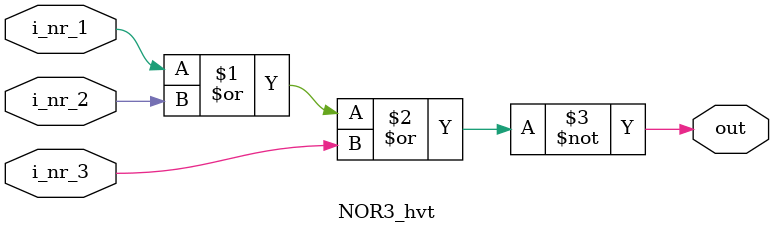
<source format=v>

`timescale 1ps / 100fs

module RO_nor4_hvt_65(
input wire i_Enable,
input wire i_Sel,
output wire o_RO_out
);

/////////////////// Define wires between nand gates ///////////////////
wire [125:0] w_nr_Conn;

assign #90 o_RO_out = ~(w_nr_Conn[125] & w_nr_Conn[125] & i_Sel & i_Enable);

NOR3_hvt U1(
.i_nr_1(o_RO_out),
.i_nr_2(o_RO_out),
.i_nr_3(o_RO_out),
.out(w_nr_Conn[0])
);

NOR3_hvt U2(
.i_nr_1(w_nr_Conn[0]),
.i_nr_2(w_nr_Conn[0]),
.i_nr_3(w_nr_Conn[0]),
.out(w_nr_Conn[1])
);

NOR3_hvt U3(
.i_nr_1(w_nr_Conn[1]),
.i_nr_2(w_nr_Conn[1]),
.i_nr_3(w_nr_Conn[1]),
.out(w_nr_Conn[2])
);

NOR3_hvt U4(
.i_nr_1(w_nr_Conn[2]),
.i_nr_2(w_nr_Conn[2]),
.i_nr_3(w_nr_Conn[2]),
.out(w_nr_Conn[3])
);

NOR3_hvt U5(
.i_nr_1(w_nr_Conn[3]),
.i_nr_2(w_nr_Conn[3]),
.i_nr_3(w_nr_Conn[3]),
.out(w_nr_Conn[4])
);

NOR3_hvt U6(
.i_nr_1(w_nr_Conn[4]),
.i_nr_2(w_nr_Conn[4]),
.i_nr_3(w_nr_Conn[4]),
.out(w_nr_Conn[5])
);

NOR3_hvt U7(
.i_nr_1(w_nr_Conn[5]),
.i_nr_2(w_nr_Conn[5]),
.i_nr_3(w_nr_Conn[5]),
.out(w_nr_Conn[6])
);

NOR3_hvt U8(
.i_nr_1(w_nr_Conn[6]),
.i_nr_2(w_nr_Conn[6]),
.i_nr_3(w_nr_Conn[6]),
.out(w_nr_Conn[7])
);

NOR3_hvt U9(
.i_nr_1(w_nr_Conn[7]),
.i_nr_2(w_nr_Conn[7]),
.i_nr_3(w_nr_Conn[7]),
.out(w_nr_Conn[8])
);

NOR3_hvt U10(
.i_nr_1(w_nr_Conn[8]),
.i_nr_2(w_nr_Conn[8]),
.i_nr_3(w_nr_Conn[8]),
.out(w_nr_Conn[9])
);

NOR3_hvt U11(
.i_nr_1(w_nr_Conn[9]),
.i_nr_2(w_nr_Conn[9]),
.i_nr_3(w_nr_Conn[9]),
.out(w_nr_Conn[10])
);

NOR3_hvt U12(
.i_nr_1(w_nr_Conn[10]),
.i_nr_2(w_nr_Conn[10]),
.i_nr_3(w_nr_Conn[10]),
.out(w_nr_Conn[11])
);

NOR3_hvt U13(
.i_nr_1(w_nr_Conn[11]),
.i_nr_2(w_nr_Conn[11]),
.i_nr_3(w_nr_Conn[11]),
.out(w_nr_Conn[12])
);

NOR3_hvt U14(
.i_nr_1(w_nr_Conn[12]),
.i_nr_2(w_nr_Conn[12]),
.i_nr_3(w_nr_Conn[12]),
.out(w_nr_Conn[13])
);

NOR3_hvt U15(
.i_nr_1(w_nr_Conn[13]),
.i_nr_2(w_nr_Conn[13]),
.i_nr_3(w_nr_Conn[13]),
.out(w_nr_Conn[14])
);

NOR3_hvt U16(
.i_nr_1(w_nr_Conn[14]),
.i_nr_2(w_nr_Conn[14]),
.i_nr_3(w_nr_Conn[14]),
.out(w_nr_Conn[15])
);

NOR3_hvt U17(
.i_nr_1(w_nr_Conn[15]),
.i_nr_2(w_nr_Conn[15]),
.i_nr_3(w_nr_Conn[15]),
.out(w_nr_Conn[16])
);

NOR3_hvt U18(
.i_nr_1(w_nr_Conn[16]),
.i_nr_2(w_nr_Conn[16]),
.i_nr_3(w_nr_Conn[16]),
.out(w_nr_Conn[17])
);

NOR3_hvt U19(
.i_nr_1(w_nr_Conn[17]),
.i_nr_2(w_nr_Conn[17]),
.i_nr_3(w_nr_Conn[17]),
.out(w_nr_Conn[18])
);

NOR3_hvt U20(
.i_nr_1(w_nr_Conn[18]),
.i_nr_2(w_nr_Conn[18]),
.i_nr_3(w_nr_Conn[18]),
.out(w_nr_Conn[19])
);

NOR3_hvt U21(
.i_nr_1(w_nr_Conn[19]),
.i_nr_2(w_nr_Conn[19]),
.i_nr_3(w_nr_Conn[19]),
.out(w_nr_Conn[20])
);

NOR3_hvt U22(
.i_nr_1(w_nr_Conn[20]),
.i_nr_2(w_nr_Conn[20]),
.i_nr_3(w_nr_Conn[20]),
.out(w_nr_Conn[21])
);

NOR3_hvt U23(
.i_nr_1(w_nr_Conn[21]),
.i_nr_2(w_nr_Conn[21]),
.i_nr_3(w_nr_Conn[21]),
.out(w_nr_Conn[22])
);

NOR3_hvt U24(
.i_nr_1(w_nr_Conn[22]),
.i_nr_2(w_nr_Conn[22]),
.i_nr_3(w_nr_Conn[22]),
.out(w_nr_Conn[23])
);

NOR3_hvt U25(
.i_nr_1(w_nr_Conn[23]),
.i_nr_2(w_nr_Conn[23]),
.i_nr_3(w_nr_Conn[23]),
.out(w_nr_Conn[24])
);

NOR3_hvt U26(
.i_nr_1(w_nr_Conn[24]),
.i_nr_2(w_nr_Conn[24]),
.i_nr_3(w_nr_Conn[24]),
.out(w_nr_Conn[25])
);

NOR3_hvt U27(
.i_nr_1(w_nr_Conn[25]),
.i_nr_2(w_nr_Conn[25]),
.i_nr_3(w_nr_Conn[25]),
.out(w_nr_Conn[26])
);

NOR3_hvt U28(
.i_nr_1(w_nr_Conn[26]),
.i_nr_2(w_nr_Conn[26]),
.i_nr_3(w_nr_Conn[26]),
.out(w_nr_Conn[27])
);

NOR3_hvt U29(
.i_nr_1(w_nr_Conn[27]),
.i_nr_2(w_nr_Conn[27]),
.i_nr_3(w_nr_Conn[27]),
.out(w_nr_Conn[28])
);

NOR3_hvt U30(
.i_nr_1(w_nr_Conn[28]),
.i_nr_2(w_nr_Conn[28]),
.i_nr_3(w_nr_Conn[28]),
.out(w_nr_Conn[29])
);

NOR3_hvt U31(
.i_nr_1(w_nr_Conn[29]),
.i_nr_2(w_nr_Conn[29]),
.i_nr_3(w_nr_Conn[29]),
.out(w_nr_Conn[30])
);

NOR3_hvt U32(
.i_nr_1(w_nr_Conn[30]),
.i_nr_2(w_nr_Conn[30]),
.i_nr_3(w_nr_Conn[30]),
.out(w_nr_Conn[31])
);

NOR3_hvt U33(
.i_nr_1(w_nr_Conn[31]),
.i_nr_2(w_nr_Conn[31]),
.i_nr_3(w_nr_Conn[31]),
.out(w_nr_Conn[32])
);

NOR3_hvt U34(
.i_nr_1(w_nr_Conn[32]),
.i_nr_2(w_nr_Conn[32]),
.i_nr_3(w_nr_Conn[32]),
.out(w_nr_Conn[33])
);

NOR3_hvt U35(
.i_nr_1(w_nr_Conn[33]),
.i_nr_2(w_nr_Conn[33]),
.i_nr_3(w_nr_Conn[33]),
.out(w_nr_Conn[34])
);

NOR3_hvt U36(
.i_nr_1(w_nr_Conn[34]),
.i_nr_2(w_nr_Conn[34]),
.i_nr_3(w_nr_Conn[34]),
.out(w_nr_Conn[35])
);

NOR3_hvt U37(
.i_nr_1(w_nr_Conn[35]),
.i_nr_2(w_nr_Conn[35]),
.i_nr_3(w_nr_Conn[35]),
.out(w_nr_Conn[36])
);

NOR3_hvt U38(
.i_nr_1(w_nr_Conn[36]),
.i_nr_2(w_nr_Conn[36]),
.i_nr_3(w_nr_Conn[36]),
.out(w_nr_Conn[37])
);

NOR3_hvt U39(
.i_nr_1(w_nr_Conn[37]),
.i_nr_2(w_nr_Conn[37]),
.i_nr_3(w_nr_Conn[37]),
.out(w_nr_Conn[38])
);

NOR3_hvt U40(
.i_nr_1(w_nr_Conn[38]),
.i_nr_2(w_nr_Conn[38]),
.i_nr_3(w_nr_Conn[38]),
.out(w_nr_Conn[39])
);

NOR3_hvt U41(
.i_nr_1(w_nr_Conn[39]),
.i_nr_2(w_nr_Conn[39]),
.i_nr_3(w_nr_Conn[39]),
.out(w_nr_Conn[40])
);

NOR3_hvt U42(
.i_nr_1(w_nr_Conn[40]),
.i_nr_2(w_nr_Conn[40]),
.i_nr_3(w_nr_Conn[40]),
.out(w_nr_Conn[41])
);

NOR3_hvt U43(
.i_nr_1(w_nr_Conn[41]),
.i_nr_2(w_nr_Conn[41]),
.i_nr_3(w_nr_Conn[41]),
.out(w_nr_Conn[42])
);

NOR3_hvt U44(
.i_nr_1(w_nr_Conn[42]),
.i_nr_2(w_nr_Conn[42]),
.i_nr_3(w_nr_Conn[42]),
.out(w_nr_Conn[43])
);

NOR3_hvt U45(
.i_nr_1(w_nr_Conn[43]),
.i_nr_2(w_nr_Conn[43]),
.i_nr_3(w_nr_Conn[43]),
.out(w_nr_Conn[44])
);

NOR3_hvt U46(
.i_nr_1(w_nr_Conn[44]),
.i_nr_2(w_nr_Conn[44]),
.i_nr_3(w_nr_Conn[44]),
.out(w_nr_Conn[45])
);

NOR3_hvt U47(
.i_nr_1(w_nr_Conn[45]),
.i_nr_2(w_nr_Conn[45]),
.i_nr_3(w_nr_Conn[45]),
.out(w_nr_Conn[46])
);

NOR3_hvt U48(
.i_nr_1(w_nr_Conn[46]),
.i_nr_2(w_nr_Conn[46]),
.i_nr_3(w_nr_Conn[46]),
.out(w_nr_Conn[47])
);

NOR3_hvt U49(
.i_nr_1(w_nr_Conn[47]),
.i_nr_2(w_nr_Conn[47]),
.i_nr_3(w_nr_Conn[47]),
.out(w_nr_Conn[48])
);

NOR3_hvt U50(
.i_nr_1(w_nr_Conn[48]),
.i_nr_2(w_nr_Conn[48]),
.i_nr_3(w_nr_Conn[48]),
.out(w_nr_Conn[49])
);

NOR3_hvt U51(
.i_nr_1(w_nr_Conn[49]),
.i_nr_2(w_nr_Conn[49]),
.i_nr_3(w_nr_Conn[49]),
.out(w_nr_Conn[50])
);

NOR3_hvt U52(
.i_nr_1(w_nr_Conn[50]),
.i_nr_2(w_nr_Conn[50]),
.i_nr_3(w_nr_Conn[50]),
.out(w_nr_Conn[51])
);

NOR3_hvt U53(
.i_nr_1(w_nr_Conn[51]),
.i_nr_2(w_nr_Conn[51]),
.i_nr_3(w_nr_Conn[51]),
.out(w_nr_Conn[52])
);

NOR3_hvt U54(
.i_nr_1(w_nr_Conn[52]),
.i_nr_2(w_nr_Conn[52]),
.i_nr_3(w_nr_Conn[52]),
.out(w_nr_Conn[53])
);

NOR3_hvt U55(
.i_nr_1(w_nr_Conn[53]),
.i_nr_2(w_nr_Conn[53]),
.i_nr_3(w_nr_Conn[53]),
.out(w_nr_Conn[54])
);

NOR3_hvt U56(
.i_nr_1(w_nr_Conn[54]),
.i_nr_2(w_nr_Conn[54]),
.i_nr_3(w_nr_Conn[54]),
.out(w_nr_Conn[55])
);

NOR3_hvt U57(
.i_nr_1(w_nr_Conn[55]),
.i_nr_2(w_nr_Conn[55]),
.i_nr_3(w_nr_Conn[55]),
.out(w_nr_Conn[56])
);

NOR3_hvt U58(
.i_nr_1(w_nr_Conn[56]),
.i_nr_2(w_nr_Conn[56]),
.i_nr_3(w_nr_Conn[56]),
.out(w_nr_Conn[57])
);

NOR3_hvt U59(
.i_nr_1(w_nr_Conn[57]),
.i_nr_2(w_nr_Conn[57]),
.i_nr_3(w_nr_Conn[57]),
.out(w_nr_Conn[58])
);

NOR3_hvt U60(
.i_nr_1(w_nr_Conn[58]),
.i_nr_2(w_nr_Conn[58]),
.i_nr_3(w_nr_Conn[58]),
.out(w_nr_Conn[59])
);

NOR3_hvt U61(
.i_nr_1(w_nr_Conn[59]),
.i_nr_2(w_nr_Conn[59]),
.i_nr_3(w_nr_Conn[59]),
.out(w_nr_Conn[60])
);

NOR3_hvt U62(
.i_nr_1(w_nr_Conn[60]),
.i_nr_2(w_nr_Conn[60]),
.i_nr_3(w_nr_Conn[60]),
.out(w_nr_Conn[61])
);

NOR3_hvt U63(
.i_nr_1(w_nr_Conn[61]),
.i_nr_2(w_nr_Conn[61]),
.i_nr_3(w_nr_Conn[61]),
.out(w_nr_Conn[62])
);

NOR3_hvt U64(
.i_nr_1(w_nr_Conn[62]),
.i_nr_2(w_nr_Conn[62]),
.i_nr_3(w_nr_Conn[62]),
.out(w_nr_Conn[63])
);

NOR3_hvt U65(
.i_nr_1(w_nr_Conn[63]),
.i_nr_2(w_nr_Conn[63]),
.i_nr_3(w_nr_Conn[63]),
.out(w_nr_Conn[64])
);

NOR3_hvt U66(
.i_nr_1(w_nr_Conn[64]),
.i_nr_2(w_nr_Conn[64]),
.i_nr_3(w_nr_Conn[64]),
.out(w_nr_Conn[65])
);

NOR3_hvt U67(
.i_nr_1(w_nr_Conn[65]),
.i_nr_2(w_nr_Conn[65]),
.i_nr_3(w_nr_Conn[65]),
.out(w_nr_Conn[66])
);

NOR3_hvt U68(
.i_nr_1(w_nr_Conn[66]),
.i_nr_2(w_nr_Conn[66]),
.i_nr_3(w_nr_Conn[66]),
.out(w_nr_Conn[67])
);

NOR3_hvt U69(
.i_nr_1(w_nr_Conn[67]),
.i_nr_2(w_nr_Conn[67]),
.i_nr_3(w_nr_Conn[67]),
.out(w_nr_Conn[68])
);

NOR3_hvt U70(
.i_nr_1(w_nr_Conn[68]),
.i_nr_2(w_nr_Conn[68]),
.i_nr_3(w_nr_Conn[68]),
.out(w_nr_Conn[69])
);

NOR3_hvt U71(
.i_nr_1(w_nr_Conn[69]),
.i_nr_2(w_nr_Conn[69]),
.i_nr_3(w_nr_Conn[69]),
.out(w_nr_Conn[70])
);

NOR3_hvt U72(
.i_nr_1(w_nr_Conn[70]),
.i_nr_2(w_nr_Conn[70]),
.i_nr_3(w_nr_Conn[70]),
.out(w_nr_Conn[71])
);

NOR3_hvt U73(
.i_nr_1(w_nr_Conn[71]),
.i_nr_2(w_nr_Conn[71]),
.i_nr_3(w_nr_Conn[71]),
.out(w_nr_Conn[72])
);

NOR3_hvt U74(
.i_nr_1(w_nr_Conn[72]),
.i_nr_2(w_nr_Conn[72]),
.i_nr_3(w_nr_Conn[72]),
.out(w_nr_Conn[73])
);

NOR3_hvt U75(
.i_nr_1(w_nr_Conn[73]),
.i_nr_2(w_nr_Conn[73]),
.i_nr_3(w_nr_Conn[73]),
.out(w_nr_Conn[74])
);

NOR3_hvt U76(
.i_nr_1(w_nr_Conn[74]),
.i_nr_2(w_nr_Conn[74]),
.i_nr_3(w_nr_Conn[74]),
.out(w_nr_Conn[75])
);

NOR3_hvt U77(
.i_nr_1(w_nr_Conn[75]),
.i_nr_2(w_nr_Conn[75]),
.i_nr_3(w_nr_Conn[75]),
.out(w_nr_Conn[76])
);

NOR3_hvt U78(
.i_nr_1(w_nr_Conn[76]),
.i_nr_2(w_nr_Conn[76]),
.i_nr_3(w_nr_Conn[76]),
.out(w_nr_Conn[77])
);

NOR3_hvt U79(
.i_nr_1(w_nr_Conn[77]),
.i_nr_2(w_nr_Conn[77]),
.i_nr_3(w_nr_Conn[77]),
.out(w_nr_Conn[78])
);

NOR3_hvt U80(
.i_nr_1(w_nr_Conn[78]),
.i_nr_2(w_nr_Conn[78]),
.i_nr_3(w_nr_Conn[78]),
.out(w_nr_Conn[79])
);

NOR3_hvt U81(
.i_nr_1(w_nr_Conn[79]),
.i_nr_2(w_nr_Conn[79]),
.i_nr_3(w_nr_Conn[79]),
.out(w_nr_Conn[80])
);

NOR3_hvt U82(
.i_nr_1(w_nr_Conn[80]),
.i_nr_2(w_nr_Conn[80]),
.i_nr_3(w_nr_Conn[80]),
.out(w_nr_Conn[81])
);

NOR3_hvt U83(
.i_nr_1(w_nr_Conn[81]),
.i_nr_2(w_nr_Conn[81]),
.i_nr_3(w_nr_Conn[81]),
.out(w_nr_Conn[82])
);

NOR3_hvt U84(
.i_nr_1(w_nr_Conn[82]),
.i_nr_2(w_nr_Conn[82]),
.i_nr_3(w_nr_Conn[82]),
.out(w_nr_Conn[83])
);

NOR3_hvt U85(
.i_nr_1(w_nr_Conn[83]),
.i_nr_2(w_nr_Conn[83]),
.i_nr_3(w_nr_Conn[83]),
.out(w_nr_Conn[84])
);

NOR3_hvt U86(
.i_nr_1(w_nr_Conn[84]),
.i_nr_2(w_nr_Conn[84]),
.i_nr_3(w_nr_Conn[84]),
.out(w_nr_Conn[85])
);

NOR3_hvt U87(
.i_nr_1(w_nr_Conn[85]),
.i_nr_2(w_nr_Conn[85]),
.i_nr_3(w_nr_Conn[85]),
.out(w_nr_Conn[86])
);

NOR3_hvt U88(
.i_nr_1(w_nr_Conn[86]),
.i_nr_2(w_nr_Conn[86]),
.i_nr_3(w_nr_Conn[86]),
.out(w_nr_Conn[87])
);

NOR3_hvt U89(
.i_nr_1(w_nr_Conn[87]),
.i_nr_2(w_nr_Conn[87]),
.i_nr_3(w_nr_Conn[87]),
.out(w_nr_Conn[88])
);

NOR3_hvt U90(
.i_nr_1(w_nr_Conn[88]),
.i_nr_2(w_nr_Conn[88]),
.i_nr_3(w_nr_Conn[88]),
.out(w_nr_Conn[89])
);

NOR3_hvt U91(
.i_nr_1(w_nr_Conn[89]),
.i_nr_2(w_nr_Conn[89]),
.i_nr_3(w_nr_Conn[89]),
.out(w_nr_Conn[90])
);

NOR3_hvt U92(
.i_nr_1(w_nr_Conn[90]),
.i_nr_2(w_nr_Conn[90]),
.i_nr_3(w_nr_Conn[90]),
.out(w_nr_Conn[91])
);

NOR3_hvt U93(
.i_nr_1(w_nr_Conn[91]),
.i_nr_2(w_nr_Conn[91]),
.i_nr_3(w_nr_Conn[91]),
.out(w_nr_Conn[92])
);

NOR3_hvt U94(
.i_nr_1(w_nr_Conn[92]),
.i_nr_2(w_nr_Conn[92]),
.i_nr_3(w_nr_Conn[92]),
.out(w_nr_Conn[93])
);

NOR3_hvt U95(
.i_nr_1(w_nr_Conn[93]),
.i_nr_2(w_nr_Conn[93]),
.i_nr_3(w_nr_Conn[93]),
.out(w_nr_Conn[94])
);

NOR3_hvt U96(
.i_nr_1(w_nr_Conn[94]),
.i_nr_2(w_nr_Conn[94]),
.i_nr_3(w_nr_Conn[94]),
.out(w_nr_Conn[95])
);

NOR3_hvt U97(
.i_nr_1(w_nr_Conn[95]),
.i_nr_2(w_nr_Conn[95]),
.i_nr_3(w_nr_Conn[95]),
.out(w_nr_Conn[96])
);

NOR3_hvt U98(
.i_nr_1(w_nr_Conn[96]),
.i_nr_2(w_nr_Conn[96]),
.i_nr_3(w_nr_Conn[96]),
.out(w_nr_Conn[97])
);

NOR3_hvt U99(
.i_nr_1(w_nr_Conn[97]),
.i_nr_2(w_nr_Conn[97]),
.i_nr_3(w_nr_Conn[97]),
.out(w_nr_Conn[98])
);

NOR3_hvt U100(
.i_nr_1(w_nr_Conn[98]),
.i_nr_2(w_nr_Conn[98]),
.i_nr_3(w_nr_Conn[98]),
.out(w_nr_Conn[99])
);

NOR3_hvt U101(
.i_nr_1(w_nr_Conn[99]),
.i_nr_2(w_nr_Conn[99]),
.i_nr_3(w_nr_Conn[99]),
.out(w_nr_Conn[100])
);

NOR3_hvt U102(
.i_nr_1(w_nr_Conn[100]),
.i_nr_2(w_nr_Conn[100]),
.i_nr_3(w_nr_Conn[100]),
.out(w_nr_Conn[101])
);

NOR3_hvt U103(
.i_nr_1(w_nr_Conn[101]),
.i_nr_2(w_nr_Conn[101]),
.i_nr_3(w_nr_Conn[101]),
.out(w_nr_Conn[102])
);

NOR3_hvt U104(
.i_nr_1(w_nr_Conn[102]),
.i_nr_2(w_nr_Conn[102]),
.i_nr_3(w_nr_Conn[102]),
.out(w_nr_Conn[103])
);

NOR3_hvt U105(
.i_nr_1(w_nr_Conn[103]),
.i_nr_2(w_nr_Conn[103]),
.i_nr_3(w_nr_Conn[103]),
.out(w_nr_Conn[104])
);

NOR3_hvt U106(
.i_nr_1(w_nr_Conn[104]),
.i_nr_2(w_nr_Conn[104]),
.i_nr_3(w_nr_Conn[104]),
.out(w_nr_Conn[105])
);

NOR3_hvt U107(
.i_nr_1(w_nr_Conn[105]),
.i_nr_2(w_nr_Conn[105]),
.i_nr_3(w_nr_Conn[105]),
.out(w_nr_Conn[106])
);

NOR3_hvt U108(
.i_nr_1(w_nr_Conn[106]),
.i_nr_2(w_nr_Conn[106]),
.i_nr_3(w_nr_Conn[106]),
.out(w_nr_Conn[107])
);

NOR3_hvt U109(
.i_nr_1(w_nr_Conn[107]),
.i_nr_2(w_nr_Conn[107]),
.i_nr_3(w_nr_Conn[107]),
.out(w_nr_Conn[108])
);

NOR3_hvt U110(
.i_nr_1(w_nr_Conn[108]),
.i_nr_2(w_nr_Conn[108]),
.i_nr_3(w_nr_Conn[108]),
.out(w_nr_Conn[109])
);

NOR3_hvt U111(
.i_nr_1(w_nr_Conn[109]),
.i_nr_2(w_nr_Conn[109]),
.i_nr_3(w_nr_Conn[109]),
.out(w_nr_Conn[110])
);

NOR3_hvt U112(
.i_nr_1(w_nr_Conn[110]),
.i_nr_2(w_nr_Conn[110]),
.i_nr_3(w_nr_Conn[110]),
.out(w_nr_Conn[111])
);

NOR3_hvt U113(
.i_nr_1(w_nr_Conn[111]),
.i_nr_2(w_nr_Conn[111]),
.i_nr_3(w_nr_Conn[111]),
.out(w_nr_Conn[112])
);

NOR3_hvt U114(
.i_nr_1(w_nr_Conn[112]),
.i_nr_2(w_nr_Conn[112]),
.i_nr_3(w_nr_Conn[112]),
.out(w_nr_Conn[113])
);

NOR3_hvt U115(
.i_nr_1(w_nr_Conn[113]),
.i_nr_2(w_nr_Conn[113]),
.i_nr_3(w_nr_Conn[113]),
.out(w_nr_Conn[114])
);

NOR3_hvt U116(
.i_nr_1(w_nr_Conn[114]),
.i_nr_2(w_nr_Conn[114]),
.i_nr_3(w_nr_Conn[114]),
.out(w_nr_Conn[115])
);

NOR3_hvt U117(
.i_nr_1(w_nr_Conn[115]),
.i_nr_2(w_nr_Conn[115]),
.i_nr_3(w_nr_Conn[115]),
.out(w_nr_Conn[116])
);

NOR3_hvt U118(
.i_nr_1(w_nr_Conn[116]),
.i_nr_2(w_nr_Conn[116]),
.i_nr_3(w_nr_Conn[116]),
.out(w_nr_Conn[117])
);

NOR3_hvt U119(
.i_nr_1(w_nr_Conn[117]),
.i_nr_2(w_nr_Conn[117]),
.i_nr_3(w_nr_Conn[117]),
.out(w_nr_Conn[118])
);

NOR3_hvt U120(
.i_nr_1(w_nr_Conn[118]),
.i_nr_2(w_nr_Conn[118]),
.i_nr_3(w_nr_Conn[118]),
.out(w_nr_Conn[119])
);

NOR3_hvt U121(
.i_nr_1(w_nr_Conn[119]),
.i_nr_2(w_nr_Conn[119]),
.i_nr_3(w_nr_Conn[119]),
.out(w_nr_Conn[120])
);

NOR3_hvt U122(
.i_nr_1(w_nr_Conn[120]),
.i_nr_2(w_nr_Conn[120]),
.i_nr_3(w_nr_Conn[120]),
.out(w_nr_Conn[121])
);

NOR3_hvt U123(
.i_nr_1(w_nr_Conn[121]),
.i_nr_2(w_nr_Conn[121]),
.i_nr_3(w_nr_Conn[121]),
.out(w_nr_Conn[122])
);

NOR3_hvt U124(
.i_nr_1(w_nr_Conn[122]),
.i_nr_2(w_nr_Conn[122]),
.i_nr_3(w_nr_Conn[122]),
.out(w_nr_Conn[123])
);

NOR3_hvt U125(
.i_nr_1(w_nr_Conn[123]),
.i_nr_2(w_nr_Conn[123]),
.i_nr_3(w_nr_Conn[123]),
.out(w_nr_Conn[124])
);

NOR3_hvt U126(
.i_nr_1(w_nr_Conn[124]),
.i_nr_2(w_nr_Conn[124]),
.i_nr_3(w_nr_Conn[124]),
.out(w_nr_Conn[125])
);

endmodule

module NOR3_hvt(
input wire i_nr_1,
input wire i_nr_2,
input wire i_nr_3,
output wire out);

assign #90 out = ~(i_nr_1 | i_nr_2 | i_nr_3);

endmodule 


</source>
